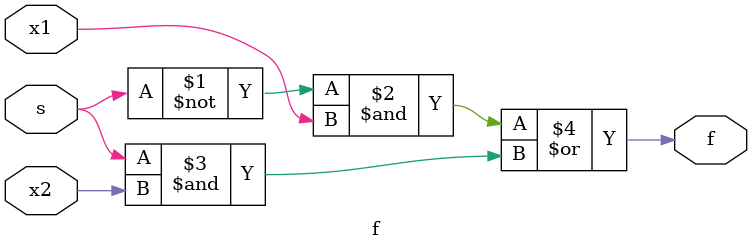
<source format=v>
module f (
    x1,
    x2,
    s,
    f
);
    input x1,x2,s;
    output f;

    assign f = (~s & x1) | (s & x2);

endmodule
</source>
